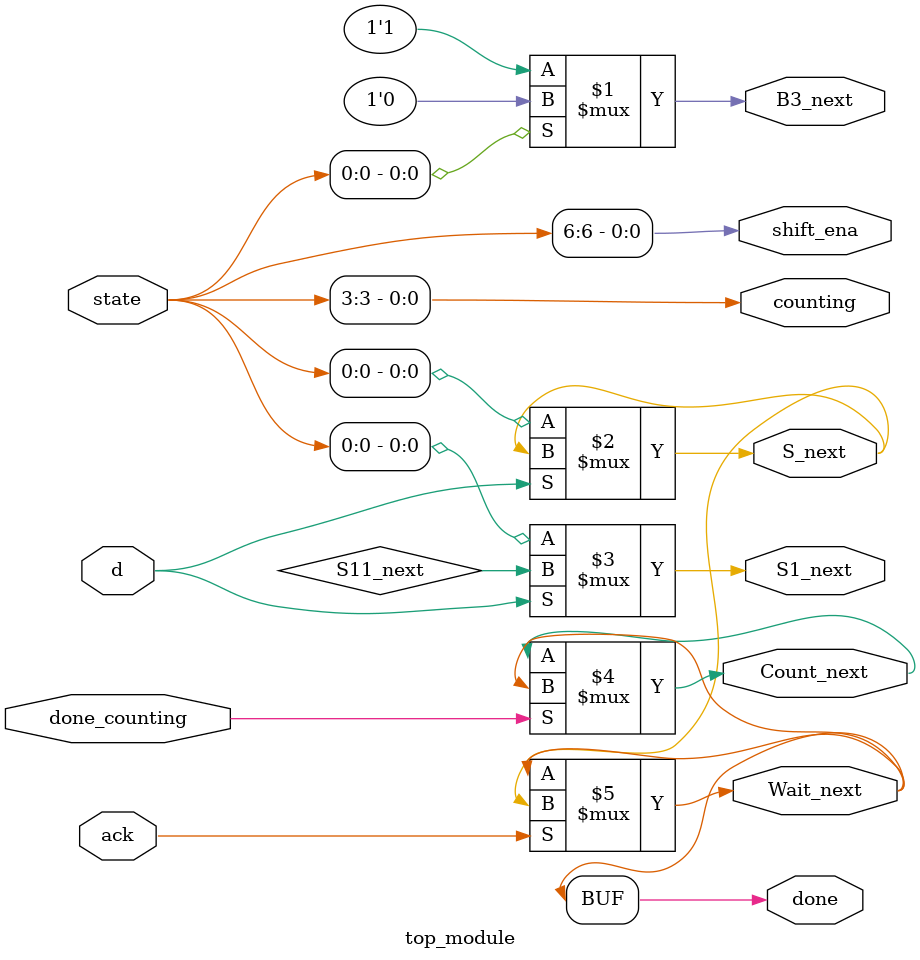
<source format=sv>
module top_module(
    input d,
    input done_counting,
    input ack,
    input [9:0] state,    // 10-bit one-hot current state
    output B3_next,
    output S_next,
    output S1_next,
    output Count_next,
    output Wait_next,
    output done,
    output counting,
    output shift_ena
);

// State transition logic
assign B3_next = state[0] ? 1'b0 : 1'b1;
assign S_next = d ? S_next : state[0];
assign S1_next = d ? S11_next : state[0];
assign Count_next = done_counting ? Wait_next : Count_next;
assign Wait_next = ack ? S_next : Wait_next;

// Output logic
assign done = Wait_next;
assign counting = state[3];
assign shift_ena = state[6];

endmodule

</source>
